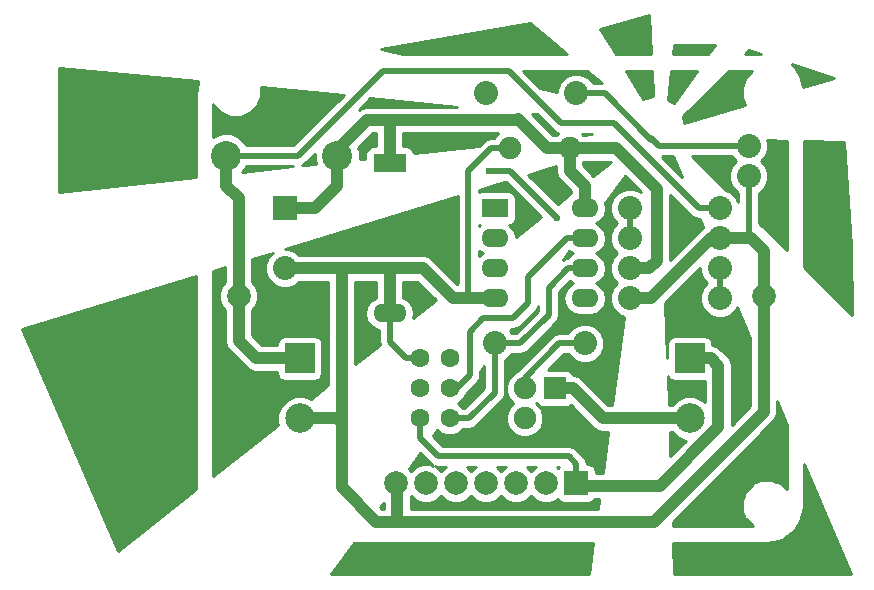
<source format=gbr>
G04 #@! TF.FileFunction,Copper,L2,Bot,Signal*
%FSLAX46Y46*%
G04 Gerber Fmt 4.6, Leading zero omitted, Abs format (unit mm)*
G04 Created by KiCad (PCBNEW 4.0.4-stable) date 08/18/17 17:17:01*
%MOMM*%
%LPD*%
G01*
G04 APERTURE LIST*
%ADD10C,0.500000*%
%ADD11C,2.540000*%
%ADD12C,2.032000*%
%ADD13R,2.800000X1.600000*%
%ADD14O,2.800000X1.600000*%
%ADD15C,1.905000*%
%ADD16R,2.286000X1.574800*%
%ADD17O,2.286000X1.574800*%
%ADD18R,1.905000X1.905000*%
%ADD19R,2.499360X2.499360*%
%ADD20C,2.499360*%
%ADD21R,2.032000X2.032000*%
%ADD22R,1.998980X1.998980*%
%ADD23C,1.998980*%
%ADD24C,1.600200*%
%ADD25C,2.000000*%
%ADD26C,0.600000*%
%ADD27C,1.000000*%
%ADD28C,0.254000*%
G04 APERTURE END LIST*
D10*
D11*
X10875000Y32813000D03*
X1477000Y32813000D03*
D12*
X35640000Y28368000D03*
X43260000Y28368000D03*
X43260000Y25828000D03*
X35640000Y25828000D03*
D13*
X15320000Y32178000D03*
D14*
X15320000Y19478000D03*
D15*
X30560000Y33448000D03*
X25480000Y33448000D03*
D16*
X24210000Y28368000D03*
D17*
X24210000Y25828000D03*
X24210000Y23288000D03*
X24210000Y20748000D03*
X31830000Y20748000D03*
X31830000Y23288000D03*
X31830000Y25828000D03*
X31830000Y28368000D03*
D18*
X29290000Y13128000D03*
D15*
X26750000Y13128000D03*
X26750000Y10588000D03*
D12*
X43260000Y23288000D03*
X35640000Y23288000D03*
D19*
X7700000Y15668000D03*
D20*
X7700000Y10588000D03*
D21*
X6430000Y28368000D03*
D12*
X6430000Y23288000D03*
D19*
X40720000Y15668000D03*
D20*
X40720000Y10588000D03*
D12*
X35640000Y20748000D03*
X43260000Y20748000D03*
X24210000Y16938000D03*
X31830000Y16938000D03*
D22*
X31115000Y5080000D03*
D23*
X28575000Y5080000D03*
X26035000Y5080000D03*
X23495000Y5080000D03*
X20955000Y5080000D03*
X18415000Y5080000D03*
X15875000Y5080000D03*
D12*
X23495000Y38100000D03*
X31115000Y38100000D03*
X45720000Y33655000D03*
X45720000Y31115000D03*
D24*
X17860000Y10588000D03*
X20400000Y10588000D03*
X17860000Y13128000D03*
X20400000Y13128000D03*
X17860000Y15668000D03*
X20400000Y15668000D03*
D25*
X46990000Y20955000D03*
X2540000Y20955000D03*
D26*
X29464000Y27559000D03*
X23749000Y31496000D03*
D27*
X46990000Y20955000D02*
X46990000Y24130000D01*
X43260000Y25828000D02*
X45085000Y25828000D01*
X45085000Y25828000D02*
X45927000Y25828000D01*
X45927000Y25828000D02*
X46990000Y24765000D01*
X46990000Y24765000D02*
X46990000Y24130000D01*
X46990000Y24130000D02*
X46990000Y11143000D01*
X46990000Y11143000D02*
X37672000Y1825000D01*
D10*
X45720000Y31115000D02*
X45720000Y25828000D01*
X45720000Y25828000D02*
X45720000Y25781000D01*
X45720000Y25781000D02*
X45720000Y25828000D01*
D27*
X45720000Y25828000D02*
X45085000Y25828000D01*
D10*
X15320000Y17065000D02*
X15320000Y19478000D01*
X24210000Y20748000D02*
X25099000Y20748000D01*
X43260000Y25828000D02*
X44243000Y25828000D01*
X43260000Y25828000D02*
X44149000Y25828000D01*
X25480000Y33448000D02*
X23923000Y33448000D01*
X21971000Y31496000D02*
X21971000Y20748000D01*
X23923000Y33448000D02*
X21971000Y31496000D01*
X21971000Y20748000D02*
X21971000Y20955000D01*
X21971000Y20955000D02*
X21971000Y20748000D01*
D27*
X7700000Y10588000D02*
X10875000Y10588000D01*
X10875000Y10588000D02*
X11256000Y10207000D01*
X26623000Y10588000D02*
X26750000Y10588000D01*
X43260000Y25828000D02*
X42498000Y25828000D01*
X42498000Y25828000D02*
X37418000Y20748000D01*
X37418000Y20748000D02*
X35640000Y20748000D01*
X37545000Y1825000D02*
X37672000Y1825000D01*
X36830000Y1825000D02*
X37545000Y1825000D01*
X14177000Y1825000D02*
X36830000Y1825000D01*
X11256000Y23288000D02*
X11256000Y10207000D01*
X11256000Y10207000D02*
X11256000Y4746000D01*
X11256000Y4746000D02*
X14177000Y1825000D01*
X15320000Y19478000D02*
X15320000Y23288000D01*
X6430000Y23288000D02*
X18114000Y23288000D01*
X18114000Y23288000D02*
X20654000Y20748000D01*
X20654000Y20748000D02*
X21971000Y20748000D01*
X21971000Y20748000D02*
X24210000Y20748000D01*
D10*
X24210000Y20748000D02*
X20654000Y20748000D01*
X20654000Y20748000D02*
X18114000Y23288000D01*
X34243000Y1825000D02*
X37672000Y1825000D01*
X15955000Y1825000D02*
X34243000Y1825000D01*
X11256000Y7159000D02*
X11256000Y4746000D01*
X11256000Y10715000D02*
X11256000Y7159000D01*
X11256000Y4746000D02*
X14177000Y1825000D01*
X44149000Y25828000D02*
X43260000Y25828000D01*
X35640000Y20748000D02*
X37164000Y20748000D01*
X37164000Y20748000D02*
X42244000Y25828000D01*
X42244000Y25828000D02*
X43260000Y25828000D01*
X7700000Y10588000D02*
X11256000Y10588000D01*
X11129000Y10715000D02*
X11256000Y10715000D01*
X11256000Y10588000D02*
X11129000Y10715000D01*
X11256000Y12874000D02*
X11256000Y10715000D01*
X15320000Y23288000D02*
X15320000Y23161000D01*
X15320000Y23161000D02*
X15320000Y23288000D01*
X11002000Y23288000D02*
X15320000Y23288000D01*
X15320000Y23288000D02*
X18114000Y23288000D01*
X11256000Y12874000D02*
X11256000Y23288000D01*
X6430000Y23288000D02*
X11002000Y23288000D01*
X11002000Y23288000D02*
X11256000Y23288000D01*
D27*
X15955000Y4873000D02*
X15955000Y1825000D01*
D10*
X14177000Y1825000D02*
X15955000Y1825000D01*
X17860000Y15668000D02*
X16717000Y15668000D01*
X16717000Y15668000D02*
X15320000Y17065000D01*
D27*
X2540000Y20955000D02*
X2540000Y17145000D01*
X4017000Y15668000D02*
X7700000Y15668000D01*
X2540000Y17145000D02*
X4017000Y15668000D01*
X1477000Y32813000D02*
X1477000Y30273000D01*
X2540000Y29210000D02*
X2540000Y20955000D01*
X1477000Y30273000D02*
X2540000Y29210000D01*
D10*
X24130000Y40005000D02*
X25400000Y40005000D01*
X41482000Y28368000D02*
X43260000Y28368000D01*
X34290000Y35560000D02*
X41482000Y28368000D01*
X29845000Y35560000D02*
X34290000Y35560000D01*
X25400000Y40005000D02*
X29845000Y35560000D01*
X1477000Y32813000D02*
X7540000Y32813000D01*
X14732000Y40005000D02*
X24130000Y40005000D01*
X7540000Y32813000D02*
X14732000Y40005000D01*
X31115000Y5080000D02*
X31115000Y6731000D01*
X31115000Y6731000D02*
X30480000Y7366000D01*
X31195000Y6016000D02*
X31195000Y4873000D01*
D27*
X26162000Y35941000D02*
X28655000Y33448000D01*
X28655000Y33448000D02*
X30560000Y33448000D01*
D10*
X30560000Y33448000D02*
X28655000Y33448000D01*
X26162000Y35941000D02*
X26242000Y35861000D01*
D27*
X31195000Y4873000D02*
X38180000Y4873000D01*
X38180000Y4873000D02*
X43133000Y9826000D01*
X43133000Y15033000D02*
X42498000Y15668000D01*
X43133000Y9826000D02*
X43133000Y15033000D01*
X42498000Y15668000D02*
X40720000Y15668000D01*
X30560000Y33448000D02*
X34497000Y33448000D01*
X34497000Y33448000D02*
X37926000Y30019000D01*
X37291000Y23288000D02*
X35640000Y23288000D01*
X37926000Y23923000D02*
X37291000Y23288000D01*
X37926000Y30019000D02*
X37926000Y23923000D01*
X30560000Y33448000D02*
X30560000Y31543000D01*
X30560000Y31543000D02*
X31830000Y30273000D01*
X31830000Y30273000D02*
X31830000Y28368000D01*
X15320000Y32178000D02*
X15320000Y35861000D01*
X15447000Y35734000D02*
X15447000Y35861000D01*
X15320000Y35861000D02*
X15447000Y35734000D01*
X10875000Y32813000D02*
X10875000Y33321000D01*
X10875000Y33321000D02*
X13415000Y35861000D01*
X13415000Y35861000D02*
X15447000Y35861000D01*
X15447000Y35861000D02*
X26242000Y35861000D01*
X6430000Y28368000D02*
X8970000Y28368000D01*
X8970000Y28368000D02*
X10875000Y30273000D01*
X10875000Y30273000D02*
X10875000Y32813000D01*
D10*
X10875000Y32813000D02*
X10875000Y30273000D01*
X10875000Y30273000D02*
X8970000Y28368000D01*
X42498000Y15668000D02*
X40720000Y15668000D01*
X35640000Y23288000D02*
X36529000Y23288000D01*
X34497000Y33448000D02*
X32592000Y33448000D01*
X32592000Y33448000D02*
X30560000Y33448000D01*
X31830000Y28368000D02*
X31830000Y30273000D01*
X31830000Y30273000D02*
X30560000Y31543000D01*
X17860000Y8937000D02*
X17860000Y10588000D01*
X19431000Y7366000D02*
X17860000Y8937000D01*
X30480000Y7366000D02*
X19431000Y7366000D01*
X17860000Y10588000D02*
X17860000Y10080000D01*
X20400000Y10588000D02*
X22018000Y10588000D01*
X22018000Y10588000D02*
X24210000Y12780000D01*
X24210000Y12780000D02*
X24210000Y16938000D01*
X24210000Y16938000D02*
X26369000Y16938000D01*
X30433000Y23288000D02*
X31830000Y23288000D01*
X28782000Y21637000D02*
X30433000Y23288000D01*
X28782000Y19351000D02*
X28782000Y21637000D01*
X26369000Y16938000D02*
X28782000Y19351000D01*
X29464000Y27559000D02*
X25527000Y31496000D01*
X25527000Y31496000D02*
X23749000Y31496000D01*
X31830000Y20748000D02*
X31543000Y20748000D01*
X18368000Y13128000D02*
X17860000Y13128000D01*
X43260000Y20748000D02*
X43260000Y23288000D01*
X21002000Y13128000D02*
X22098000Y14224000D01*
X22098000Y14224000D02*
X22098000Y17907000D01*
X27051000Y22573000D02*
X30306000Y25828000D01*
X27051000Y20320000D02*
X27051000Y22573000D01*
X25781000Y19050000D02*
X27051000Y20320000D01*
X23241000Y19050000D02*
X25781000Y19050000D01*
X22098000Y17907000D02*
X23241000Y19050000D01*
X30306000Y25828000D02*
X31830000Y25828000D01*
X31830000Y25828000D02*
X30306000Y25828000D01*
X26750000Y13128000D02*
X26750000Y14017000D01*
X26750000Y14017000D02*
X29671000Y16938000D01*
X29671000Y16938000D02*
X31830000Y16938000D01*
X35640000Y25828000D02*
X35640000Y28368000D01*
D27*
X29290000Y13128000D02*
X30814000Y13128000D01*
X30814000Y13128000D02*
X33354000Y10588000D01*
X33354000Y10588000D02*
X40720000Y10588000D01*
D10*
X33354000Y10588000D02*
X40720000Y10588000D01*
X30814000Y13128000D02*
X33354000Y10588000D01*
X45720000Y33655000D02*
X38100000Y33655000D01*
X38100000Y33655000D02*
X37465000Y34290000D01*
X31115000Y38100000D02*
X33528000Y38100000D01*
X33528000Y38100000D02*
X37465000Y34163000D01*
X37465000Y34290000D02*
X37465000Y34163000D01*
D28*
G36*
X53776517Y33959242D02*
X54403059Y25187645D01*
X54478975Y19358248D01*
X50380000Y23412946D01*
X50380000Y34053590D01*
X53776517Y33959242D01*
X53776517Y33959242D01*
G37*
X53776517Y33959242D02*
X54403059Y25187645D01*
X54478975Y19358248D01*
X50380000Y23412946D01*
X50380000Y34053590D01*
X53776517Y33959242D01*
G36*
X48960000Y34093034D02*
X48960000Y24817607D01*
X46605000Y27147168D01*
X46605000Y29694290D01*
X46653995Y29714534D01*
X47118834Y30178563D01*
X47370713Y30785155D01*
X47371286Y31441963D01*
X47120466Y32048995D01*
X46784868Y32385179D01*
X47118834Y32718563D01*
X47370713Y33325155D01*
X47371286Y33981963D01*
X47306413Y34138967D01*
X48960000Y34093034D01*
X48960000Y34093034D01*
G37*
X48960000Y34093034D02*
X48960000Y24817607D01*
X46605000Y27147168D01*
X46605000Y29694290D01*
X46653995Y29714534D01*
X47118834Y30178563D01*
X47370713Y30785155D01*
X47371286Y31441963D01*
X47120466Y32048995D01*
X46784868Y32385179D01*
X47118834Y32718563D01*
X47370713Y33325155D01*
X47371286Y33981963D01*
X47306413Y34138967D01*
X48960000Y34093034D01*
G36*
X44319534Y32721005D02*
X44655132Y32384821D01*
X44321166Y32051437D01*
X44069287Y31444845D01*
X44068714Y30788037D01*
X44319534Y30181005D01*
X44783563Y29716166D01*
X44835000Y29694807D01*
X44835000Y28898048D01*
X44822101Y28910808D01*
X44660466Y29301995D01*
X44196437Y29766834D01*
X43783307Y29938380D01*
X40920766Y32770000D01*
X44299290Y32770000D01*
X44319534Y32721005D01*
X44319534Y32721005D01*
G37*
X44319534Y32721005D02*
X44655132Y32384821D01*
X44321166Y32051437D01*
X44069287Y31444845D01*
X44068714Y30788037D01*
X44319534Y30181005D01*
X44783563Y29716166D01*
X44835000Y29694807D01*
X44835000Y28898048D01*
X44822101Y28910808D01*
X44660466Y29301995D01*
X44196437Y29766834D01*
X43783307Y29938380D01*
X40920766Y32770000D01*
X44299290Y32770000D01*
X44319534Y32721005D01*
G36*
X45451091Y39468959D02*
X45438279Y39438105D01*
X45427261Y39432582D01*
X45280050Y39057046D01*
X45125372Y38684541D01*
X45125353Y38662414D01*
X45117277Y38641813D01*
X45124982Y38238546D01*
X45124630Y37835185D01*
X45133080Y37814734D01*
X45133503Y37792613D01*
X45397649Y37154908D01*
X40280671Y35642482D01*
X40188017Y36198411D01*
X44009606Y40020000D01*
X46003094Y40020000D01*
X45451091Y39468959D01*
X45451091Y39468959D01*
G37*
X45451091Y39468959D02*
X45438279Y39438105D01*
X45427261Y39432582D01*
X45280050Y39057046D01*
X45125372Y38684541D01*
X45125353Y38662414D01*
X45117277Y38641813D01*
X45124982Y38238546D01*
X45124630Y37835185D01*
X45133080Y37814734D01*
X45133503Y37792613D01*
X45397649Y37154908D01*
X40280671Y35642482D01*
X40188017Y36198411D01*
X44009606Y40020000D01*
X46003094Y40020000D01*
X45451091Y39468959D01*
G36*
X52916563Y39377276D02*
X50318452Y38609352D01*
X50176057Y39325223D01*
X50070042Y39581163D01*
X50070042Y39581164D01*
X49528110Y40392222D01*
X49462037Y40458295D01*
X49356304Y40564029D01*
X52916563Y39377276D01*
X52916563Y39377276D01*
G37*
X52916563Y39377276D02*
X50318452Y38609352D01*
X50176057Y39325223D01*
X50070042Y39581163D01*
X50070042Y39581164D01*
X49528110Y40392222D01*
X49462037Y40458295D01*
X49356304Y40564029D01*
X52916563Y39377276D01*
G36*
X46728390Y41440000D02*
X45429606Y41440000D01*
X45754302Y41764696D01*
X46728390Y41440000D01*
X46728390Y41440000D01*
G37*
X46728390Y41440000D02*
X45429606Y41440000D01*
X45754302Y41764696D01*
X46728390Y41440000D01*
G36*
X39381336Y37300505D02*
X38916779Y37579239D01*
X39173701Y40020000D01*
X41304881Y40020000D01*
X39381336Y37300505D01*
X39381336Y37300505D01*
G37*
X39381336Y37300505D02*
X38916779Y37579239D01*
X39173701Y40020000D01*
X41304881Y40020000D01*
X39381336Y37300505D01*
G36*
X42309272Y41440000D02*
X39323175Y41440000D01*
X39404333Y42211000D01*
X42854613Y42211000D01*
X42309272Y41440000D01*
X42309272Y41440000D01*
G37*
X42309272Y41440000D02*
X39323175Y41440000D01*
X39404333Y42211000D01*
X42854613Y42211000D01*
X42309272Y41440000D01*
G36*
X37633579Y37863803D02*
X36808765Y37657600D01*
X35332265Y40020000D01*
X37518068Y40020000D01*
X37633579Y37863803D01*
X37633579Y37863803D01*
G37*
X37633579Y37863803D02*
X36808765Y37657600D01*
X35332265Y40020000D01*
X37518068Y40020000D01*
X37633579Y37863803D01*
G36*
X37441997Y41440000D02*
X34444765Y41440000D01*
X33137117Y43532237D01*
X37266705Y44712119D01*
X37441997Y41440000D01*
X37441997Y41440000D01*
G37*
X37441997Y41440000D02*
X34444765Y41440000D01*
X33137117Y43532237D01*
X37266705Y44712119D01*
X37441997Y41440000D01*
G36*
X33300005Y38985000D02*
X32535710Y38985000D01*
X32515466Y39033995D01*
X32051437Y39498834D01*
X31444845Y39750713D01*
X30788037Y39751286D01*
X30181005Y39500466D01*
X29716166Y39036437D01*
X29464287Y38429845D01*
X29464134Y38254745D01*
X28058325Y38598254D01*
X26636580Y40020000D01*
X32065268Y40020000D01*
X33300005Y38985000D01*
X33300005Y38985000D01*
G37*
X33300005Y38985000D02*
X32535710Y38985000D01*
X32515466Y39033995D01*
X32051437Y39498834D01*
X31444845Y39750713D01*
X30788037Y39751286D01*
X30181005Y39500466D01*
X29716166Y39036437D01*
X29464287Y38429845D01*
X29464134Y38254745D01*
X28058325Y38598254D01*
X26636580Y40020000D01*
X32065268Y40020000D01*
X33300005Y38985000D01*
G36*
X30371233Y41440000D02*
X16428506Y41440000D01*
X14587777Y41889782D01*
X27188752Y44107668D01*
X30371233Y41440000D01*
X30371233Y41440000D01*
G37*
X30371233Y41440000D02*
X16428506Y41440000D01*
X14587777Y41889782D01*
X27188752Y44107668D01*
X30371233Y41440000D01*
G36*
X-872923Y39139886D02*
X-1026358Y38368514D01*
X-1026358Y38298584D01*
X-1040000Y38230000D01*
X-1040000Y31039131D01*
X-12653000Y29779520D01*
X-12653000Y40292962D01*
X-872923Y39139886D01*
X-872923Y39139886D01*
G37*
X-872923Y39139886D02*
X-1026358Y38368514D01*
X-1026358Y38298584D01*
X-1040000Y38230000D01*
X-1040000Y31039131D01*
X-12653000Y29779520D01*
X-12653000Y40292962D01*
X-872923Y39139886D01*
G36*
X2815369Y31457306D02*
X3091039Y31732495D01*
X3172219Y31928000D01*
X7154940Y31928000D01*
X2815369Y31457306D01*
X2815369Y31457306D01*
G37*
X2815369Y31457306D02*
X3091039Y31732495D01*
X3172219Y31928000D01*
X7154940Y31928000D01*
X2815369Y31457306D01*
G36*
X8969670Y32435735D02*
X9092621Y32138172D01*
X7898566Y32008658D01*
X8165790Y32187210D01*
X8970156Y32991576D01*
X8969670Y32435735D01*
X8969670Y32435735D01*
G37*
X8969670Y32435735D02*
X9092621Y32138172D01*
X7898566Y32008658D01*
X8165790Y32187210D01*
X8970156Y32991576D01*
X8969670Y32435735D01*
G36*
X14185000Y33625440D02*
X13920000Y33625440D01*
X13684683Y33581162D01*
X13468559Y33442090D01*
X13323569Y33229890D01*
X13272560Y32978000D01*
X13272560Y32591551D01*
X12779760Y32538099D01*
X12780330Y33190265D01*
X12654333Y33495201D01*
X13885133Y34726000D01*
X14185000Y34726000D01*
X14185000Y33625440D01*
X14185000Y33625440D01*
G37*
X14185000Y33625440D02*
X13920000Y33625440D01*
X13684683Y33581162D01*
X13468559Y33442090D01*
X13323569Y33229890D01*
X13272560Y32978000D01*
X13272560Y32591551D01*
X12779760Y32538099D01*
X12780330Y33190265D01*
X12654333Y33495201D01*
X13885133Y34726000D01*
X14185000Y34726000D01*
X14185000Y33625440D01*
G36*
X24134968Y34348421D02*
X24128565Y34333000D01*
X23923005Y34333000D01*
X23923000Y34333001D01*
X23640516Y34276810D01*
X23584325Y34265633D01*
X23297210Y34073790D01*
X23297208Y34073787D01*
X22854256Y33630836D01*
X17356799Y33034551D01*
X17323162Y33213317D01*
X17184090Y33429441D01*
X16971890Y33574431D01*
X16720000Y33625440D01*
X16455000Y33625440D01*
X16455000Y34726000D01*
X24513206Y34726000D01*
X24134968Y34348421D01*
X24134968Y34348421D01*
G37*
X24134968Y34348421D02*
X24128565Y34333000D01*
X23923005Y34333000D01*
X23923000Y34333001D01*
X23640516Y34276810D01*
X23584325Y34265633D01*
X23297210Y34073790D01*
X23297208Y34073787D01*
X22854256Y33630836D01*
X17356799Y33034551D01*
X17323162Y33213317D01*
X17184090Y33429441D01*
X16971890Y33574431D01*
X16720000Y33625440D01*
X16455000Y33625440D01*
X16455000Y34726000D01*
X24513206Y34726000D01*
X24134968Y34348421D01*
G36*
X11412741Y37937320D02*
X7173420Y33698000D01*
X3172538Y33698000D01*
X3092922Y33890686D01*
X2557505Y34427039D01*
X1857590Y34717668D01*
X1099735Y34718330D01*
X399314Y34428922D01*
X380000Y34409642D01*
X380000Y37197516D01*
X427261Y37083418D01*
X437343Y37078365D01*
X448980Y37050200D01*
X1049041Y36449091D01*
X1079895Y36436279D01*
X1085418Y36425261D01*
X1460954Y36278050D01*
X1833459Y36123372D01*
X1855586Y36123353D01*
X1876187Y36115277D01*
X2279454Y36122982D01*
X2682815Y36122630D01*
X2703266Y36131080D01*
X2725387Y36131503D01*
X3434582Y36425261D01*
X3439635Y36435343D01*
X3467800Y36446980D01*
X4068909Y37047041D01*
X4081721Y37077895D01*
X4092739Y37083418D01*
X4239950Y37458954D01*
X4394628Y37831459D01*
X4394647Y37853586D01*
X4402723Y37874187D01*
X4395018Y38277454D01*
X4395321Y38624211D01*
X11412741Y37937320D01*
X11412741Y37937320D01*
G37*
X11412741Y37937320D02*
X7173420Y33698000D01*
X3172538Y33698000D01*
X3092922Y33890686D01*
X2557505Y34427039D01*
X1857590Y34717668D01*
X1099735Y34718330D01*
X399314Y34428922D01*
X380000Y34409642D01*
X380000Y37197516D01*
X427261Y37083418D01*
X437343Y37078365D01*
X448980Y37050200D01*
X1049041Y36449091D01*
X1079895Y36436279D01*
X1085418Y36425261D01*
X1460954Y36278050D01*
X1833459Y36123372D01*
X1855586Y36123353D01*
X1876187Y36115277D01*
X2279454Y36122982D01*
X2682815Y36122630D01*
X2703266Y36131080D01*
X2725387Y36131503D01*
X3434582Y36425261D01*
X3439635Y36435343D01*
X3467800Y36446980D01*
X4068909Y37047041D01*
X4081721Y37077895D01*
X4092739Y37083418D01*
X4239950Y37458954D01*
X4394628Y37831459D01*
X4394647Y37853586D01*
X4402723Y37874187D01*
X4395018Y38277454D01*
X4395321Y38624211D01*
X11412741Y37937320D01*
G36*
X27822330Y36331091D02*
X29219208Y34934213D01*
X29219210Y34934210D01*
X29506325Y34742367D01*
X29592442Y34725237D01*
X29449957Y34583000D01*
X29125132Y34583000D01*
X27328726Y36379406D01*
X27822330Y36331091D01*
X27822330Y36331091D01*
G37*
X27822330Y36331091D02*
X29219208Y34934213D01*
X29219210Y34934210D01*
X29506325Y34742367D01*
X29592442Y34725237D01*
X29449957Y34583000D01*
X29125132Y34583000D01*
X27328726Y36379406D01*
X27822330Y36331091D01*
G36*
X31666439Y34586654D02*
X31578247Y34675000D01*
X32480944Y34675000D01*
X31666439Y34586654D01*
X31666439Y34586654D01*
G37*
X31666439Y34586654D02*
X31578247Y34675000D01*
X32480944Y34675000D01*
X31666439Y34586654D01*
G36*
X21029474Y36996000D02*
X13415000Y36996000D01*
X12980654Y36909603D01*
X12701976Y36723397D01*
X13692726Y37714147D01*
X21029474Y36996000D01*
X21029474Y36996000D01*
G37*
X21029474Y36996000D02*
X13415000Y36996000D01*
X12980654Y36909603D01*
X12701976Y36723397D01*
X13692726Y37714147D01*
X21029474Y36996000D01*
G36*
X-1040000Y4581838D02*
X-7649139Y-639960D01*
X-15781988Y18128152D01*
X-1040000Y22641749D01*
X-1040000Y4581838D01*
X-1040000Y4581838D01*
G37*
X-1040000Y4581838D02*
X-7649139Y-639960D01*
X-15781988Y18128152D01*
X-1040000Y22641749D01*
X-1040000Y4581838D01*
G36*
X5031166Y24224437D02*
X4779287Y23617845D01*
X4778714Y22961037D01*
X5029534Y22354005D01*
X5493563Y21889166D01*
X6100155Y21637287D01*
X6756963Y21636714D01*
X7363995Y21887534D01*
X7629924Y22153000D01*
X10121000Y22153000D01*
X10121000Y13400004D01*
X8647047Y12235452D01*
X8076531Y12472352D01*
X7326759Y12473006D01*
X6633809Y12186686D01*
X6103178Y11656979D01*
X5815648Y10964531D01*
X5814994Y10214759D01*
X5882551Y10051258D01*
X380000Y5703762D01*
X380000Y23076514D01*
X1405000Y23390341D01*
X1405000Y22132204D01*
X1154722Y21882363D01*
X905284Y21281648D01*
X904716Y20631205D01*
X1153106Y20030057D01*
X1405000Y19777722D01*
X1405000Y17145000D01*
X1491397Y16710654D01*
X1644192Y16481980D01*
X1737434Y16342434D01*
X3214433Y14865434D01*
X3496548Y14676931D01*
X3582654Y14619397D01*
X4017000Y14533000D01*
X5802880Y14533000D01*
X5802880Y14418320D01*
X5847158Y14183003D01*
X5986230Y13966879D01*
X6198430Y13821889D01*
X6450320Y13770880D01*
X8949680Y13770880D01*
X9184997Y13815158D01*
X9401121Y13954230D01*
X9546111Y14166430D01*
X9597120Y14418320D01*
X9597120Y16917680D01*
X9552842Y17152997D01*
X9413770Y17369121D01*
X9201570Y17514111D01*
X8949680Y17565120D01*
X6450320Y17565120D01*
X6215003Y17520842D01*
X5998879Y17381770D01*
X5853889Y17169570D01*
X5802880Y16917680D01*
X5802880Y16803000D01*
X4487133Y16803000D01*
X3675000Y17615132D01*
X3675000Y19777796D01*
X3925278Y20027637D01*
X4174716Y20628352D01*
X4175284Y21278795D01*
X3926894Y21879943D01*
X3675000Y22132278D01*
X3675000Y24085354D01*
X5430160Y24622736D01*
X5031166Y24224437D01*
X5031166Y24224437D01*
G37*
X5031166Y24224437D02*
X4779287Y23617845D01*
X4778714Y22961037D01*
X5029534Y22354005D01*
X5493563Y21889166D01*
X6100155Y21637287D01*
X6756963Y21636714D01*
X7363995Y21887534D01*
X7629924Y22153000D01*
X10121000Y22153000D01*
X10121000Y13400004D01*
X8647047Y12235452D01*
X8076531Y12472352D01*
X7326759Y12473006D01*
X6633809Y12186686D01*
X6103178Y11656979D01*
X5815648Y10964531D01*
X5814994Y10214759D01*
X5882551Y10051258D01*
X380000Y5703762D01*
X380000Y23076514D01*
X1405000Y23390341D01*
X1405000Y22132204D01*
X1154722Y21882363D01*
X905284Y21281648D01*
X904716Y20631205D01*
X1153106Y20030057D01*
X1405000Y19777722D01*
X1405000Y17145000D01*
X1491397Y16710654D01*
X1644192Y16481980D01*
X1737434Y16342434D01*
X3214433Y14865434D01*
X3496548Y14676931D01*
X3582654Y14619397D01*
X4017000Y14533000D01*
X5802880Y14533000D01*
X5802880Y14418320D01*
X5847158Y14183003D01*
X5986230Y13966879D01*
X6198430Y13821889D01*
X6450320Y13770880D01*
X8949680Y13770880D01*
X9184997Y13815158D01*
X9401121Y13954230D01*
X9546111Y14166430D01*
X9597120Y14418320D01*
X9597120Y16917680D01*
X9552842Y17152997D01*
X9413770Y17369121D01*
X9201570Y17514111D01*
X8949680Y17565120D01*
X6450320Y17565120D01*
X6215003Y17520842D01*
X5998879Y17381770D01*
X5853889Y17169570D01*
X5802880Y16917680D01*
X5802880Y16803000D01*
X4487133Y16803000D01*
X3675000Y17615132D01*
X3675000Y19777796D01*
X3925278Y20027637D01*
X4174716Y20628352D01*
X4175284Y21278795D01*
X3926894Y21879943D01*
X3675000Y22132278D01*
X3675000Y24085354D01*
X5430160Y24622736D01*
X5031166Y24224437D01*
G36*
X14185000Y20814512D02*
X14130981Y20803767D01*
X13665434Y20492698D01*
X13354365Y20027151D01*
X13245132Y19478000D01*
X13354365Y18928849D01*
X13665434Y18463302D01*
X14130981Y18152233D01*
X14435000Y18091760D01*
X14435000Y17065005D01*
X14434999Y17065000D01*
X14470739Y16885328D01*
X14479102Y16843285D01*
X12391000Y15193502D01*
X12391000Y22153000D01*
X14185000Y22153000D01*
X14185000Y20814512D01*
X14185000Y20814512D01*
G37*
X14185000Y20814512D02*
X14130981Y20803767D01*
X13665434Y20492698D01*
X13354365Y20027151D01*
X13245132Y19478000D01*
X13354365Y18928849D01*
X13665434Y18463302D01*
X14130981Y18152233D01*
X14435000Y18091760D01*
X14435000Y17065005D01*
X14434999Y17065000D01*
X14470739Y16885328D01*
X14479102Y16843285D01*
X12391000Y15193502D01*
X12391000Y22153000D01*
X14185000Y22153000D01*
X14185000Y20814512D01*
G36*
X19213217Y20583650D02*
X17316750Y19085276D01*
X17394868Y19478000D01*
X17285635Y20027151D01*
X16974566Y20492698D01*
X16509019Y20803767D01*
X16455000Y20814512D01*
X16455000Y22153000D01*
X17643868Y22153000D01*
X19213217Y20583650D01*
X19213217Y20583650D01*
G37*
X19213217Y20583650D02*
X17316750Y19085276D01*
X17394868Y19478000D01*
X17285635Y20027151D01*
X16974566Y20492698D01*
X16509019Y20803767D01*
X16455000Y20814512D01*
X16455000Y22153000D01*
X17643868Y22153000D01*
X19213217Y20583650D01*
G36*
X21086000Y22063313D02*
X21006574Y22000559D01*
X18916566Y24090566D01*
X18793193Y24173001D01*
X18548346Y24336603D01*
X18114000Y24423000D01*
X7629811Y24423000D01*
X7366437Y24686834D01*
X6759845Y24938713D01*
X6463028Y24938972D01*
X21086000Y29416129D01*
X21086000Y22063313D01*
X21086000Y22063313D01*
G37*
X21086000Y22063313D02*
X21006574Y22000559D01*
X18916566Y24090566D01*
X18793193Y24173001D01*
X18548346Y24336603D01*
X18114000Y24423000D01*
X7629811Y24423000D01*
X7366437Y24686834D01*
X6759845Y24938713D01*
X6463028Y24938972D01*
X21086000Y29416129D01*
X21086000Y22063313D01*
G36*
X23209199Y24558000D02*
X22856000Y24322001D01*
X22856000Y24793999D01*
X23209199Y24558000D01*
X23209199Y24558000D01*
G37*
X23209199Y24558000D02*
X22856000Y24322001D01*
X22856000Y24793999D01*
X23209199Y24558000D01*
G36*
X28137113Y27634308D02*
X25999482Y25945393D01*
X25914559Y26372329D01*
X25606222Y26833789D01*
X25434540Y26948503D01*
X25588317Y26977438D01*
X25804441Y27116510D01*
X25949431Y27328710D01*
X26000440Y27580600D01*
X26000440Y29155400D01*
X25956162Y29390717D01*
X25817090Y29606841D01*
X25604890Y29751831D01*
X25353000Y29802840D01*
X23067000Y29802840D01*
X22856000Y29763138D01*
X22856000Y29958055D01*
X24988602Y30611000D01*
X25160420Y30611000D01*
X28137113Y27634308D01*
X28137113Y27634308D01*
G37*
X28137113Y27634308D02*
X25999482Y25945393D01*
X25914559Y26372329D01*
X25606222Y26833789D01*
X25434540Y26948503D01*
X25588317Y26977438D01*
X25804441Y27116510D01*
X25949431Y27328710D01*
X26000440Y27580600D01*
X26000440Y29155400D01*
X25956162Y29390717D01*
X25817090Y29606841D01*
X25604890Y29751831D01*
X25353000Y29802840D01*
X23067000Y29802840D01*
X22856000Y29763138D01*
X22856000Y29958055D01*
X24988602Y30611000D01*
X25160420Y30611000D01*
X28137113Y27634308D01*
G36*
X22986803Y26949400D02*
X22856000Y26862001D01*
X22856000Y26975889D01*
X22986803Y26949400D01*
X22986803Y26949400D01*
G37*
X22986803Y26949400D02*
X22856000Y26862001D01*
X22856000Y26975889D01*
X22986803Y26949400D01*
G36*
X29425000Y31543000D02*
X29511397Y31108654D01*
X29734446Y30774838D01*
X29757434Y30740434D01*
X30695000Y29802868D01*
X30695000Y29655263D01*
X29535457Y28739122D01*
X27036553Y31238027D01*
X29425000Y31969304D01*
X29425000Y31543000D01*
X29425000Y31543000D01*
G37*
X29425000Y31543000D02*
X29511397Y31108654D01*
X29734446Y30774838D01*
X29757434Y30740434D01*
X30695000Y29802868D01*
X30695000Y29655263D01*
X29535457Y28739122D01*
X27036553Y31238027D01*
X29425000Y31969304D01*
X29425000Y31543000D01*
G36*
X34040984Y32298884D02*
X32570813Y31137319D01*
X31695000Y32013132D01*
X31695000Y32313000D01*
X34026868Y32313000D01*
X34040984Y32298884D01*
X34040984Y32298884D01*
G37*
X34040984Y32298884D02*
X32570813Y31137319D01*
X31695000Y32013132D01*
X31695000Y32313000D01*
X34026868Y32313000D01*
X34040984Y32298884D01*
G36*
X32194072Y-2620000D02*
X10331484Y-2620000D01*
X12278718Y20000D01*
X32552358Y20000D01*
X32194072Y-2620000D01*
X32194072Y-2620000D01*
G37*
X32194072Y-2620000D02*
X10331484Y-2620000D01*
X12278718Y20000D01*
X32552358Y20000D01*
X32194072Y-2620000D01*
G36*
X14820000Y2960000D02*
X14647132Y2960000D01*
X14532086Y3075046D01*
X14820000Y3465392D01*
X14820000Y2960000D01*
X14820000Y2960000D01*
G37*
X14820000Y2960000D02*
X14647132Y2960000D01*
X14532086Y3075046D01*
X14820000Y3465392D01*
X14820000Y2960000D01*
G36*
X27647927Y3695154D02*
X28248453Y3445794D01*
X28898694Y3445226D01*
X29499655Y3693538D01*
X29566802Y3760568D01*
X29651420Y3629069D01*
X29863620Y3484079D01*
X30115510Y3433070D01*
X32114490Y3433070D01*
X32349807Y3477348D01*
X32565931Y3616420D01*
X32649003Y3738000D01*
X33056943Y3738000D01*
X32951358Y2960000D01*
X17090000Y2960000D01*
X17090000Y3983377D01*
X17145199Y4038480D01*
X17487927Y3695154D01*
X18088453Y3445794D01*
X18738694Y3445226D01*
X19339655Y3693538D01*
X19685199Y4038480D01*
X20027927Y3695154D01*
X20628453Y3445794D01*
X21278694Y3445226D01*
X21879655Y3693538D01*
X22225199Y4038480D01*
X22567927Y3695154D01*
X23168453Y3445794D01*
X23818694Y3445226D01*
X24419655Y3693538D01*
X24765199Y4038480D01*
X25107927Y3695154D01*
X25708453Y3445794D01*
X26358694Y3445226D01*
X26959655Y3693538D01*
X27305199Y4038480D01*
X27647927Y3695154D01*
X27647927Y3695154D01*
G37*
X27647927Y3695154D02*
X28248453Y3445794D01*
X28898694Y3445226D01*
X29499655Y3693538D01*
X29566802Y3760568D01*
X29651420Y3629069D01*
X29863620Y3484079D01*
X30115510Y3433070D01*
X32114490Y3433070D01*
X32349807Y3477348D01*
X32565931Y3616420D01*
X32649003Y3738000D01*
X33056943Y3738000D01*
X32951358Y2960000D01*
X17090000Y2960000D01*
X17090000Y3983377D01*
X17145199Y4038480D01*
X17487927Y3695154D01*
X18088453Y3445794D01*
X18738694Y3445226D01*
X19339655Y3693538D01*
X19685199Y4038480D01*
X20027927Y3695154D01*
X20628453Y3445794D01*
X21278694Y3445226D01*
X21879655Y3693538D01*
X22225199Y4038480D01*
X22567927Y3695154D01*
X23168453Y3445794D01*
X23818694Y3445226D01*
X24419655Y3693538D01*
X24765199Y4038480D01*
X25107927Y3695154D01*
X25708453Y3445794D01*
X26358694Y3445226D01*
X26959655Y3693538D01*
X27305199Y4038480D01*
X27647927Y3695154D01*
G36*
X36570618Y29769250D02*
X35969845Y30018713D01*
X35313037Y30019286D01*
X34706005Y29768466D01*
X34241166Y29304437D01*
X33989287Y28697845D01*
X33988714Y28041037D01*
X34239534Y27434005D01*
X34575132Y27097821D01*
X34241166Y26764437D01*
X33989287Y26157845D01*
X33988714Y25501037D01*
X34239534Y24894005D01*
X34575132Y24557821D01*
X34241166Y24224437D01*
X33989287Y23617845D01*
X33988714Y22961037D01*
X34239534Y22354005D01*
X34575132Y22017821D01*
X34241166Y21684437D01*
X33989287Y21077845D01*
X33988714Y20421037D01*
X34239534Y19814005D01*
X34703563Y19349166D01*
X35150420Y19163615D01*
X34140622Y11723000D01*
X33824133Y11723000D01*
X31616566Y13930566D01*
X31493193Y14013001D01*
X31248346Y14176603D01*
X30857218Y14254403D01*
X30845662Y14315817D01*
X30706590Y14531941D01*
X30494390Y14676931D01*
X30242500Y14727940D01*
X28712520Y14727940D01*
X30037579Y16053000D01*
X30409290Y16053000D01*
X30429534Y16004005D01*
X30893563Y15539166D01*
X31500155Y15287287D01*
X32156963Y15286714D01*
X32763995Y15537534D01*
X33228834Y16001563D01*
X33480713Y16608155D01*
X33481286Y17264963D01*
X33230466Y17871995D01*
X32766437Y18336834D01*
X32159845Y18588713D01*
X31503037Y18589286D01*
X30896005Y18338466D01*
X30431166Y17874437D01*
X30409807Y17823000D01*
X29671005Y17823000D01*
X29671000Y17823001D01*
X29388516Y17766810D01*
X29332325Y17755633D01*
X29045210Y17563790D01*
X29045208Y17563787D01*
X26124210Y14642790D01*
X26072814Y14565870D01*
X25851928Y14474602D01*
X25404968Y14028421D01*
X25162776Y13445159D01*
X25162225Y12813612D01*
X25403398Y12229928D01*
X25774935Y11857743D01*
X25404968Y11488421D01*
X25162776Y10905159D01*
X25162225Y10273612D01*
X25403398Y9689928D01*
X25849579Y9242968D01*
X26432841Y9000776D01*
X27064388Y9000225D01*
X27648072Y9241398D01*
X28095032Y9687579D01*
X28337224Y10270841D01*
X28337775Y10902388D01*
X28096602Y11486072D01*
X27725065Y11858257D01*
X27762810Y11895936D01*
X27873410Y11724059D01*
X28085610Y11579069D01*
X28337500Y11528060D01*
X30242500Y11528060D01*
X30477817Y11572338D01*
X30652271Y11684596D01*
X32551433Y9785434D01*
X32697884Y9687579D01*
X32919654Y9539397D01*
X33354000Y9453000D01*
X33832551Y9453000D01*
X33365015Y6008000D01*
X32761930Y6008000D01*
X32761930Y6079490D01*
X32717652Y6314807D01*
X32578580Y6530931D01*
X32366380Y6675921D01*
X32114490Y6726930D01*
X32000000Y6726930D01*
X32000000Y6730995D01*
X32000001Y6731000D01*
X31932634Y7069674D01*
X31868975Y7164946D01*
X31740790Y7356790D01*
X31740787Y7356792D01*
X31105790Y7991790D01*
X30818675Y8183633D01*
X30762484Y8194810D01*
X30480000Y8251001D01*
X30479995Y8251000D01*
X19797579Y8251000D01*
X18964374Y9084206D01*
X19350635Y9607887D01*
X19586020Y9372091D01*
X20113289Y9153150D01*
X20684207Y9152652D01*
X21211857Y9370672D01*
X21544765Y9703000D01*
X22017995Y9703000D01*
X22018000Y9702999D01*
X22300484Y9759190D01*
X22356675Y9770367D01*
X22643790Y9962210D01*
X22643791Y9962211D01*
X24835787Y12154208D01*
X24835790Y12154210D01*
X25027633Y12441325D01*
X25077825Y12693654D01*
X25095001Y12780000D01*
X25095000Y12780005D01*
X25095000Y15517290D01*
X25143995Y15537534D01*
X25608834Y16001563D01*
X25630193Y16053000D01*
X26368995Y16053000D01*
X26369000Y16052999D01*
X26651484Y16109190D01*
X26707675Y16120367D01*
X26994790Y16312210D01*
X26994791Y16312211D01*
X29407787Y18725208D01*
X29407790Y18725210D01*
X29599633Y19012325D01*
X29667000Y19351000D01*
X29667000Y21270420D01*
X30580652Y22184073D01*
X30829199Y22018000D01*
X30433778Y21753789D01*
X30125441Y21292329D01*
X30017167Y20748000D01*
X30125441Y20203671D01*
X30433778Y19742211D01*
X30895238Y19433874D01*
X31439567Y19325600D01*
X32220433Y19325600D01*
X32764762Y19433874D01*
X33226222Y19742211D01*
X33534559Y20203671D01*
X33642833Y20748000D01*
X33534559Y21292329D01*
X33226222Y21753789D01*
X32830801Y22018000D01*
X33226222Y22282211D01*
X33534559Y22743671D01*
X33642833Y23288000D01*
X33534559Y23832329D01*
X33226222Y24293789D01*
X32830801Y24558000D01*
X33226222Y24822211D01*
X33534559Y25283671D01*
X33642833Y25828000D01*
X33534559Y26372329D01*
X33226222Y26833789D01*
X32830801Y27098000D01*
X33226222Y27362211D01*
X33534559Y27823671D01*
X33642833Y28368000D01*
X33546201Y28853800D01*
X35218635Y31121233D01*
X36570618Y29769250D01*
X36570618Y29769250D01*
G37*
X36570618Y29769250D02*
X35969845Y30018713D01*
X35313037Y30019286D01*
X34706005Y29768466D01*
X34241166Y29304437D01*
X33989287Y28697845D01*
X33988714Y28041037D01*
X34239534Y27434005D01*
X34575132Y27097821D01*
X34241166Y26764437D01*
X33989287Y26157845D01*
X33988714Y25501037D01*
X34239534Y24894005D01*
X34575132Y24557821D01*
X34241166Y24224437D01*
X33989287Y23617845D01*
X33988714Y22961037D01*
X34239534Y22354005D01*
X34575132Y22017821D01*
X34241166Y21684437D01*
X33989287Y21077845D01*
X33988714Y20421037D01*
X34239534Y19814005D01*
X34703563Y19349166D01*
X35150420Y19163615D01*
X34140622Y11723000D01*
X33824133Y11723000D01*
X31616566Y13930566D01*
X31493193Y14013001D01*
X31248346Y14176603D01*
X30857218Y14254403D01*
X30845662Y14315817D01*
X30706590Y14531941D01*
X30494390Y14676931D01*
X30242500Y14727940D01*
X28712520Y14727940D01*
X30037579Y16053000D01*
X30409290Y16053000D01*
X30429534Y16004005D01*
X30893563Y15539166D01*
X31500155Y15287287D01*
X32156963Y15286714D01*
X32763995Y15537534D01*
X33228834Y16001563D01*
X33480713Y16608155D01*
X33481286Y17264963D01*
X33230466Y17871995D01*
X32766437Y18336834D01*
X32159845Y18588713D01*
X31503037Y18589286D01*
X30896005Y18338466D01*
X30431166Y17874437D01*
X30409807Y17823000D01*
X29671005Y17823000D01*
X29671000Y17823001D01*
X29388516Y17766810D01*
X29332325Y17755633D01*
X29045210Y17563790D01*
X29045208Y17563787D01*
X26124210Y14642790D01*
X26072814Y14565870D01*
X25851928Y14474602D01*
X25404968Y14028421D01*
X25162776Y13445159D01*
X25162225Y12813612D01*
X25403398Y12229928D01*
X25774935Y11857743D01*
X25404968Y11488421D01*
X25162776Y10905159D01*
X25162225Y10273612D01*
X25403398Y9689928D01*
X25849579Y9242968D01*
X26432841Y9000776D01*
X27064388Y9000225D01*
X27648072Y9241398D01*
X28095032Y9687579D01*
X28337224Y10270841D01*
X28337775Y10902388D01*
X28096602Y11486072D01*
X27725065Y11858257D01*
X27762810Y11895936D01*
X27873410Y11724059D01*
X28085610Y11579069D01*
X28337500Y11528060D01*
X30242500Y11528060D01*
X30477817Y11572338D01*
X30652271Y11684596D01*
X32551433Y9785434D01*
X32697884Y9687579D01*
X32919654Y9539397D01*
X33354000Y9453000D01*
X33832551Y9453000D01*
X33365015Y6008000D01*
X32761930Y6008000D01*
X32761930Y6079490D01*
X32717652Y6314807D01*
X32578580Y6530931D01*
X32366380Y6675921D01*
X32114490Y6726930D01*
X32000000Y6726930D01*
X32000000Y6730995D01*
X32000001Y6731000D01*
X31932634Y7069674D01*
X31868975Y7164946D01*
X31740790Y7356790D01*
X31740787Y7356792D01*
X31105790Y7991790D01*
X30818675Y8183633D01*
X30762484Y8194810D01*
X30480000Y8251001D01*
X30479995Y8251000D01*
X19797579Y8251000D01*
X18964374Y9084206D01*
X19350635Y9607887D01*
X19586020Y9372091D01*
X20113289Y9153150D01*
X20684207Y9152652D01*
X21211857Y9370672D01*
X21544765Y9703000D01*
X22017995Y9703000D01*
X22018000Y9702999D01*
X22300484Y9759190D01*
X22356675Y9770367D01*
X22643790Y9962210D01*
X22643791Y9962211D01*
X24835787Y12154208D01*
X24835790Y12154210D01*
X25027633Y12441325D01*
X25077825Y12693654D01*
X25095001Y12780000D01*
X25095000Y12780005D01*
X25095000Y15517290D01*
X25143995Y15537534D01*
X25608834Y16001563D01*
X25630193Y16053000D01*
X26368995Y16053000D01*
X26369000Y16052999D01*
X26651484Y16109190D01*
X26707675Y16120367D01*
X26994790Y16312210D01*
X26994791Y16312211D01*
X29407787Y18725208D01*
X29407790Y18725210D01*
X29599633Y19012325D01*
X29667000Y19351000D01*
X29667000Y21270420D01*
X30580652Y22184073D01*
X30829199Y22018000D01*
X30433778Y21753789D01*
X30125441Y21292329D01*
X30017167Y20748000D01*
X30125441Y20203671D01*
X30433778Y19742211D01*
X30895238Y19433874D01*
X31439567Y19325600D01*
X32220433Y19325600D01*
X32764762Y19433874D01*
X33226222Y19742211D01*
X33534559Y20203671D01*
X33642833Y20748000D01*
X33534559Y21292329D01*
X33226222Y21753789D01*
X32830801Y22018000D01*
X33226222Y22282211D01*
X33534559Y22743671D01*
X33642833Y23288000D01*
X33534559Y23832329D01*
X33226222Y24293789D01*
X32830801Y24558000D01*
X33226222Y24822211D01*
X33534559Y25283671D01*
X33642833Y25828000D01*
X33534559Y26372329D01*
X33226222Y26833789D01*
X32830801Y27098000D01*
X33226222Y27362211D01*
X33534559Y27823671D01*
X33642833Y28368000D01*
X33546201Y28853800D01*
X35218635Y31121233D01*
X36570618Y29769250D01*
G36*
X22570345Y6466462D02*
X22224801Y6121520D01*
X21882073Y6464846D01*
X21843170Y6481000D01*
X22605530Y6481000D01*
X22570345Y6466462D01*
X22570345Y6466462D01*
G37*
X22570345Y6466462D02*
X22224801Y6121520D01*
X21882073Y6464846D01*
X21843170Y6481000D01*
X22605530Y6481000D01*
X22570345Y6466462D01*
G36*
X27650345Y6466462D02*
X27304801Y6121520D01*
X26962073Y6464846D01*
X26923170Y6481000D01*
X27685530Y6481000D01*
X27650345Y6466462D01*
X27650345Y6466462D01*
G37*
X27650345Y6466462D02*
X27304801Y6121520D01*
X26962073Y6464846D01*
X26923170Y6481000D01*
X27685530Y6481000D01*
X27650345Y6466462D01*
G36*
X25110345Y6466462D02*
X24764801Y6121520D01*
X24422073Y6464846D01*
X24383170Y6481000D01*
X25145530Y6481000D01*
X25110345Y6466462D01*
X25110345Y6466462D01*
G37*
X25110345Y6466462D02*
X24764801Y6121520D01*
X24422073Y6464846D01*
X24383170Y6481000D01*
X25145530Y6481000D01*
X25110345Y6466462D01*
G36*
X18805208Y6740213D02*
X18805210Y6740210D01*
X18901426Y6675921D01*
X19012529Y6601684D01*
X18741547Y6714206D01*
X18091306Y6714774D01*
X17490345Y6466462D01*
X17144801Y6121520D01*
X16934509Y6332179D01*
X17901808Y7643612D01*
X18805208Y6740213D01*
X18805208Y6740213D01*
G37*
X18805208Y6740213D02*
X18805210Y6740210D01*
X18901426Y6675921D01*
X19012529Y6601684D01*
X18741547Y6714206D01*
X18091306Y6714774D01*
X17490345Y6466462D01*
X17144801Y6121520D01*
X16934509Y6332179D01*
X17901808Y7643612D01*
X18805208Y6740213D01*
G36*
X19431000Y6480999D02*
X19431005Y6481000D01*
X20065530Y6481000D01*
X20030345Y6466462D01*
X19684801Y6121520D01*
X19342073Y6464846D01*
X19185631Y6529806D01*
X19431000Y6480999D01*
X19431000Y6480999D01*
G37*
X19431000Y6480999D02*
X19431005Y6481000D01*
X20065530Y6481000D01*
X20030345Y6466462D01*
X19684801Y6121520D01*
X19342073Y6464846D01*
X19185631Y6529806D01*
X19431000Y6480999D01*
G36*
X29566307Y6400500D02*
X29502073Y6464846D01*
X29463170Y6481000D01*
X29621310Y6481000D01*
X29566307Y6400500D01*
X29566307Y6400500D01*
G37*
X29566307Y6400500D02*
X29502073Y6464846D01*
X29463170Y6481000D01*
X29621310Y6481000D01*
X29566307Y6400500D01*
G36*
X23325000Y13146579D02*
X21651420Y11473000D01*
X21544312Y11473000D01*
X21213980Y11803909D01*
X21084047Y11857862D01*
X21211857Y11910672D01*
X21615909Y12314020D01*
X21741105Y12615525D01*
X22723787Y13598208D01*
X22723790Y13598210D01*
X22915633Y13885325D01*
X22927629Y13945633D01*
X22983001Y14224000D01*
X22983000Y14224005D01*
X22983000Y14532536D01*
X23325000Y14996209D01*
X23325000Y13146579D01*
X23325000Y13146579D01*
G37*
X23325000Y13146579D02*
X21651420Y11473000D01*
X21544312Y11473000D01*
X21213980Y11803909D01*
X21084047Y11857862D01*
X21211857Y11910672D01*
X21615909Y12314020D01*
X21741105Y12615525D01*
X22723787Y13598208D01*
X22723790Y13598210D01*
X22915633Y13885325D01*
X22927629Y13945633D01*
X22983001Y14224000D01*
X22983000Y14224005D01*
X22983000Y14532536D01*
X23325000Y14996209D01*
X23325000Y13146579D01*
G36*
X27897000Y19717579D02*
X26002420Y17823000D01*
X25630710Y17823000D01*
X25610466Y17871995D01*
X25515969Y17966657D01*
X25662264Y18165000D01*
X25780995Y18165000D01*
X25781000Y18164999D01*
X26063484Y18221190D01*
X26119675Y18232367D01*
X26406790Y18424210D01*
X27676787Y19694208D01*
X27676790Y19694210D01*
X27868633Y19981325D01*
X27897000Y20123933D01*
X27897000Y19717579D01*
X27897000Y19717579D01*
G37*
X27897000Y19717579D02*
X26002420Y17823000D01*
X25630710Y17823000D01*
X25610466Y17871995D01*
X25515969Y17966657D01*
X25662264Y18165000D01*
X25780995Y18165000D01*
X25781000Y18164999D01*
X26063484Y18221190D01*
X26119675Y18232367D01*
X26406790Y18424210D01*
X27676787Y19694208D01*
X27676790Y19694210D01*
X27868633Y19981325D01*
X27897000Y20123933D01*
X27897000Y19717579D01*
G36*
X30829199Y24558000D02*
X30433778Y24293789D01*
X30340818Y24154665D01*
X30094326Y24105634D01*
X29999054Y24041975D01*
X29995110Y24039340D01*
X30526734Y24760100D01*
X30829199Y24558000D01*
X30829199Y24558000D01*
G37*
X30829199Y24558000D02*
X30433778Y24293789D01*
X30340818Y24154665D01*
X30094326Y24105634D01*
X29999054Y24041975D01*
X29995110Y24039340D01*
X30526734Y24760100D01*
X30829199Y24558000D01*
G36*
X54338203Y-2620000D02*
X39412983Y-2620000D01*
X39328126Y20000D01*
X47170000Y20000D01*
X47238584Y33642D01*
X47308514Y33642D01*
X48265223Y223943D01*
X48446200Y298907D01*
X48521164Y329958D01*
X49332222Y871889D01*
X49528110Y1067778D01*
X50070042Y1878836D01*
X50139715Y2047041D01*
X50176057Y2134777D01*
X50366358Y3091486D01*
X50366358Y3161416D01*
X50380000Y3230000D01*
X50380000Y6714762D01*
X54338203Y-2620000D01*
X54338203Y-2620000D01*
G37*
X54338203Y-2620000D02*
X39412983Y-2620000D01*
X39328126Y20000D01*
X47170000Y20000D01*
X47238584Y33642D01*
X47308514Y33642D01*
X48265223Y223943D01*
X48446200Y298907D01*
X48521164Y329958D01*
X49332222Y871889D01*
X49528110Y1067778D01*
X50070042Y1878836D01*
X50139715Y2047041D01*
X50176057Y2134777D01*
X50366358Y3091486D01*
X50366358Y3161416D01*
X50380000Y3230000D01*
X50380000Y6714762D01*
X54338203Y-2620000D01*
G36*
X48960000Y10063595D02*
X48960000Y4577014D01*
X48470959Y5066909D01*
X48440105Y5079721D01*
X48434582Y5090739D01*
X48059046Y5237950D01*
X47686541Y5392628D01*
X47664414Y5392647D01*
X47643813Y5400723D01*
X47240546Y5393018D01*
X46837185Y5393370D01*
X46816734Y5384920D01*
X46794613Y5384497D01*
X46085418Y5090739D01*
X46080365Y5080657D01*
X46052200Y5069020D01*
X45451091Y4468959D01*
X45438279Y4438105D01*
X45427261Y4432582D01*
X45280050Y4057046D01*
X45125372Y3684541D01*
X45125353Y3662414D01*
X45117277Y3641813D01*
X45124982Y3238546D01*
X45124630Y2835185D01*
X45133080Y2814734D01*
X45133503Y2792613D01*
X45427261Y2083418D01*
X45437343Y2078365D01*
X45448980Y2050200D01*
X46049041Y1449091D01*
X46070935Y1440000D01*
X39282483Y1440000D01*
X39270327Y1818195D01*
X47792566Y10340434D01*
X47957984Y10588000D01*
X48038603Y10708654D01*
X48125000Y11143000D01*
X48125000Y12032803D01*
X48960000Y10063595D01*
X48960000Y10063595D01*
G37*
X48960000Y10063595D02*
X48960000Y4577014D01*
X48470959Y5066909D01*
X48440105Y5079721D01*
X48434582Y5090739D01*
X48059046Y5237950D01*
X47686541Y5392628D01*
X47664414Y5392647D01*
X47643813Y5400723D01*
X47240546Y5393018D01*
X46837185Y5393370D01*
X46816734Y5384920D01*
X46794613Y5384497D01*
X46085418Y5090739D01*
X46080365Y5080657D01*
X46052200Y5069020D01*
X45451091Y4468959D01*
X45438279Y4438105D01*
X45427261Y4432582D01*
X45280050Y4057046D01*
X45125372Y3684541D01*
X45125353Y3662414D01*
X45117277Y3641813D01*
X45124982Y3238546D01*
X45124630Y2835185D01*
X45133080Y2814734D01*
X45133503Y2792613D01*
X45427261Y2083418D01*
X45437343Y2078365D01*
X45448980Y2050200D01*
X46049041Y1449091D01*
X46070935Y1440000D01*
X39282483Y1440000D01*
X39270327Y1818195D01*
X47792566Y10340434D01*
X47957984Y10588000D01*
X48038603Y10708654D01*
X48125000Y11143000D01*
X48125000Y12032803D01*
X48960000Y10063595D01*
G36*
X39651021Y8991178D02*
X40343469Y8703648D01*
X40405462Y8703594D01*
X39091253Y7389385D01*
X39024922Y9453000D01*
X39190003Y9453000D01*
X39651021Y8991178D01*
X39651021Y8991178D01*
G37*
X39651021Y8991178D02*
X40343469Y8703648D01*
X40405462Y8703594D01*
X39091253Y7389385D01*
X39024922Y9453000D01*
X39190003Y9453000D01*
X39651021Y8991178D01*
G36*
X41608714Y22961037D02*
X41859534Y22354005D01*
X42195132Y22017821D01*
X41861166Y21684437D01*
X41609287Y21077845D01*
X41608714Y20421037D01*
X41859534Y19814005D01*
X42323563Y19349166D01*
X42930155Y19097287D01*
X43586963Y19096714D01*
X44193995Y19347534D01*
X44658834Y19811563D01*
X44741831Y20011443D01*
X45855000Y17386220D01*
X45855000Y11613132D01*
X44268000Y10026132D01*
X44268000Y15033000D01*
X44266168Y15042210D01*
X44181604Y15467345D01*
X43935566Y15835566D01*
X43300566Y16470566D01*
X43177195Y16553000D01*
X42932346Y16716603D01*
X42617120Y16779306D01*
X42617120Y16917680D01*
X42572842Y17152997D01*
X42433770Y17369121D01*
X42221570Y17514111D01*
X41969680Y17565120D01*
X39470320Y17565120D01*
X39235003Y17520842D01*
X39018879Y17381770D01*
X38873889Y17169570D01*
X38822880Y16917680D01*
X38822880Y15738768D01*
X38673119Y20397987D01*
X41609039Y23333907D01*
X41608714Y22961037D01*
X41608714Y22961037D01*
G37*
X41608714Y22961037D02*
X41859534Y22354005D01*
X42195132Y22017821D01*
X41861166Y21684437D01*
X41609287Y21077845D01*
X41608714Y20421037D01*
X41859534Y19814005D01*
X42323563Y19349166D01*
X42930155Y19097287D01*
X43586963Y19096714D01*
X44193995Y19347534D01*
X44658834Y19811563D01*
X44741831Y20011443D01*
X45855000Y17386220D01*
X45855000Y11613132D01*
X44268000Y10026132D01*
X44268000Y15033000D01*
X44266168Y15042210D01*
X44181604Y15467345D01*
X43935566Y15835566D01*
X43300566Y16470566D01*
X43177195Y16553000D01*
X42932346Y16716603D01*
X42617120Y16779306D01*
X42617120Y16917680D01*
X42572842Y17152997D01*
X42433770Y17369121D01*
X42221570Y17514111D01*
X41969680Y17565120D01*
X39470320Y17565120D01*
X39235003Y17520842D01*
X39018879Y17381770D01*
X38873889Y17169570D01*
X38822880Y16917680D01*
X38822880Y15738768D01*
X38673119Y20397987D01*
X41609039Y23333907D01*
X41608714Y22961037D01*
G36*
X39006230Y13966879D02*
X39218430Y13821889D01*
X39470320Y13770880D01*
X41969680Y13770880D01*
X41998000Y13776209D01*
X41998000Y11975436D01*
X41788979Y12184822D01*
X41096531Y12472352D01*
X40346759Y12473006D01*
X39653809Y12186686D01*
X39189314Y11723000D01*
X38951958Y11723000D01*
X38873188Y14173632D01*
X39006230Y13966879D01*
X39006230Y13966879D01*
G37*
X39006230Y13966879D02*
X39218430Y13821889D01*
X39470320Y13770880D01*
X41969680Y13770880D01*
X41998000Y13776209D01*
X41998000Y11975436D01*
X41788979Y12184822D01*
X41096531Y12472352D01*
X40346759Y12473006D01*
X39653809Y12186686D01*
X39189314Y11723000D01*
X38951958Y11723000D01*
X38873188Y14173632D01*
X39006230Y13966879D01*
G36*
X40856208Y27742213D02*
X40856210Y27742210D01*
X41143325Y27550367D01*
X41199516Y27539190D01*
X41482000Y27482999D01*
X41482005Y27483000D01*
X41573680Y27483000D01*
X41873254Y26776504D01*
X41861166Y26764437D01*
X41847872Y26732422D01*
X41818807Y26713001D01*
X41695434Y26630566D01*
X39061000Y23996132D01*
X39061000Y29537421D01*
X40856208Y27742213D01*
X40856208Y27742213D01*
G37*
X40856208Y27742213D02*
X40856210Y27742210D01*
X41143325Y27550367D01*
X41199516Y27539190D01*
X41482000Y27482999D01*
X41482005Y27483000D01*
X41573680Y27483000D01*
X41873254Y26776504D01*
X41861166Y26764437D01*
X41847872Y26732422D01*
X41818807Y26713001D01*
X41695434Y26630566D01*
X39061000Y23996132D01*
X39061000Y29537421D01*
X40856208Y27742213D01*
G36*
X40068232Y31033348D02*
X38353588Y32747992D01*
X38419611Y32770000D01*
X39331842Y32770000D01*
X40068232Y31033348D01*
X40068232Y31033348D01*
G37*
X40068232Y31033348D02*
X38353588Y32747992D01*
X38419611Y32770000D01*
X39331842Y32770000D01*
X40068232Y31033348D01*
M02*

</source>
